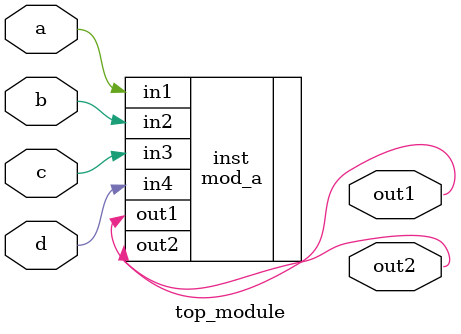
<source format=v>
/*This problem is similar to module. You are given a module named mod_a that has 2 outputs and 4 inputs, in some order. You must connect the 6 ports by name to your top-level module's ports:

Port in mod_a	Port in top_module
output out1	out1
output out2	out2
input in1	a
input in2	b
input in3	c
input in4	d
You are given the following module:
module mod_a ( output out1, output out2, input in1, input in2, input in3, input in4);
*/
module top_module ( 
    input a, 
    input b, 
    input c,
    input d,
    output out1,
    output out2
);

mod_a inst(.out1(out1),.out2(out2),.in1(a),.in2(b),.in3(c),.in4(d) );

endmodule

</source>
